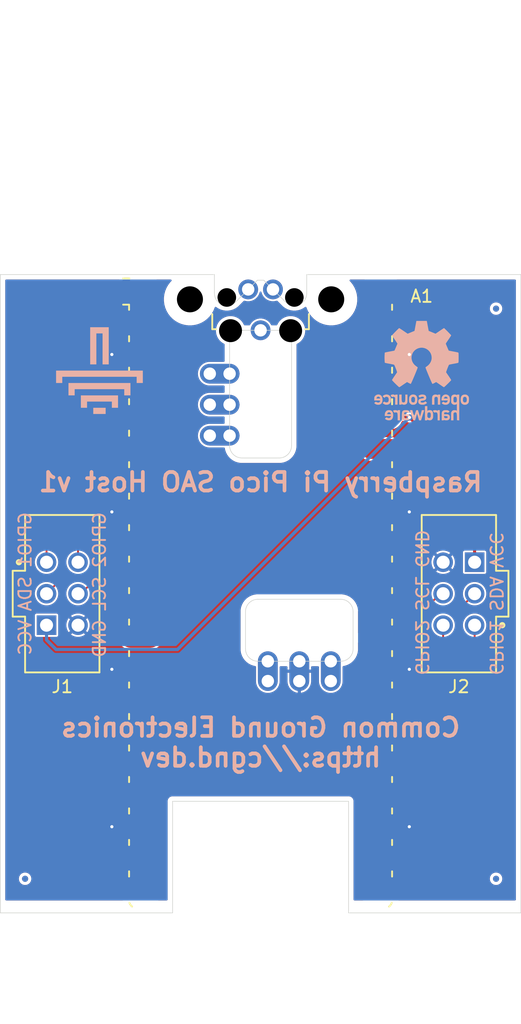
<source format=kicad_pcb>
(kicad_pcb (version 20241229) (generator "pcbnew") (generator_version "9.0")
  (title_block (title "RPi Pico SAO Host v1") (date "2024-10-14") (rev "A") (company "Common Ground Electronics") (comment 3 "SPDX-License-Identifier: ${SPDX_LICENSE_ID}") (comment 4 "SPDX-FileCopyrightText: © ${COPYRIGHT_HOLDER} <${COPYRIGHT_HOLDER_CONTACT}>"))
  (layers (0 "F.Cu" signal) (2 "B.Cu" power) (13 "F.Paste" user) (15 "B.Paste" user) (5 "F.SilkS" user "F.Silkscreen") (7 "B.SilkS" user "B.Silkscreen") (1 "F.Mask" user) (3 "B.Mask" user) (25 "Edge.Cuts" user))
  (property "COMPANY_URL" "https://cgnd.dev")
  (property "COPYRIGHT_HOLDER" "Common Ground Electronics")
  (property "COPYRIGHT_HOLDER_CONTACT" "${COMPANY_URL}")
  (property "SPDX_LICENSE_ID" "CERN-OHL-P-2.0")
  (net 0 "")
  (net 1 "/SAO0_GPIO1")
  (net 2 "GND")
  (net 6 "+3.3V")
  (net 7 "/SAO0_GPIO2")
  (net 11 "/SAO1_I2C_SCL")
  (net 12 "/SAO1_GPIO1")
  (net 17 "/SAO1_GPIO2")
  (net 20 "/SAO1_I2C_SDA")
  (net 32 "/SAO0_I2C_SCL")
  (net 33 "/SAO0_I2C_SDA")
  (footprint "RPi_Pico_SAO_Host:FIDC50M100K100L" (layer "F.Cu") (at 158.7 85.2)
    (property "Reference" "FID1" (hide yes))
    (property "Value" "Fiducial" (hide yes))
    (pad "" smd circle (at 0 0) (size 0.5 0.5) (property pad_prop_fiducial_glob) (layers "F.Cu" "F.Mask") (clearance 0.25))
  )
  (footprint "RPi_Pico_SAO_Host:SULLINS_SFH11-NBPC-D03-ST-BK_SAO_V2" (layer "F.Cu") (at 123.7 108.2 -90)
    (property "Reference" "J1" (at 7.5 0 0) (layer "F.SilkS"))
    (property "Value" "SAO Host Header" (hide yes))
    (fp_text user "VCC" (at 2 3 90) (layer "B.SilkS") (effects (justify left mirror)))
    (fp_text user "GPIO2" (at -2 -3 90) (layer "B.SilkS") (effects (justify right mirror)))
    (fp_text user "GND" (at 2 -3 90) (layer "B.SilkS") (effects (justify left mirror)))
    (fp_text user "SCL" (at 0 -3 90) (layer "B.SilkS") (effects (justify mirror)))
    (fp_text user "GPIO1" (at -2 3 90) (layer "B.SilkS") (effects (justify right mirror)))
    (fp_text user "SDA" (at 0 3 90) (layer "B.SilkS") (effects (justify mirror)))
    (pad "1" thru_hole rect (at 2.54 1.27 270) (size 1.58 1.58) (drill 1.05) (layers "*.Cu" "*.Mask") (net 6 "+3.3V"))
    (pad "2" thru_hole circle (at 2.54 -1.27 270) (size 1.58 1.58) (drill 1.05) (layers "*.Cu" "*.Mask") (net 2 "GND"))
    (pad "3" thru_hole circle (at 0 1.27 270) (size 1.58 1.58) (drill 1.05) (layers "*.Cu" "*.Mask") (net 33 "/SAO0_I2C_SDA"))
    (pad "4" thru_hole circle (at 0 -1.27 270) (size 1.58 1.58) (drill 1.05) (layers "*.Cu" "*.Mask") (net 32 "/SAO0_I2C_SCL"))
    (pad "5" thru_hole circle (at -2.54 1.27 270) (size 1.58 1.58) (drill 1.05) (layers "*.Cu" "*.Mask") (net 1 "/SAO0_GPIO1"))
    (pad "6" thru_hole circle (at -2.54 -1.27 270) (size 1.58 1.58) (drill 1.05) (layers "*.Cu" "*.Mask") (net 7 "/SAO0_GPIO2"))
  )
  (footprint "RPi_Pico_SAO_Host:RASPBERRY_PI_PICO_W" (layer "F.Cu") (at 139.7 107.95)
    (property "Reference" "A1" (at 13 -23.75 0) (layer "F.SilkS"))
    (property "Value" "RaspberryPi Pico W" (hide yes))
    (fp_line (start -21 26) (end -7.1 26) (stroke (width 0.05)) (layer "Edge.Cuts"))
    (fp_line (start -7.1 17) (end 7.1 17) (stroke (width 0.05)) (layer "Edge.Cuts"))
    (fp_line (start -7.1 26) (end -7.1 17) (stroke (width 0.05)) (layer "Edge.Cuts"))
    (fp_line (start -3.725 -25.5) (end -21 -25.5) (stroke (width 0.05)) (layer "Edge.Cuts"))
    (fp_line (start -3.725 -23.989213) (end -3.725 -25.5) (stroke (width 0.05)) (layer "Edge.Cuts"))
    (fp_line (start -2.5 -20) (end -2.5 -11.7) (stroke (width 0.05)) (layer "Edge.Cuts"))
    (fp_line (start -2.017893 -23.282106) (end -0.257537 -25.042462) (stroke (width 0.05)) (layer "Edge.Cuts"))
    (fp_line (start -1.2159 4.7) (end -1.2159 1.7) (stroke (width 0.05)) (layer "Edge.Cuts"))
    (fp_line (start -0.2159 5.7) (end 6.4641 5.7) (stroke (width 0.05)) (layer "Edge.Cuts"))
    (fp_line (start 0.257537 -25.042462) (end -0.257537 -25.042462) (stroke (width 0.05)) (layer "Edge.Cuts"))
    (fp_line (start 1.5 -21) (end -1.5 -21) (stroke (width 0.05)) (layer "Edge.Cuts"))
    (fp_line (start 1.5 -10.7) (end -1.5 -10.7) (stroke (width 0.05)) (layer "Edge.Cuts"))
    (fp_line (start 2.017893 -23.282106) (end 0.257537 -25.042462) (stroke (width 0.05)) (layer "Edge.Cuts"))
    (fp_line (start 2.5 -11.7) (end 2.5 -20) (stroke (width 0.05)) (layer "Edge.Cuts"))
    (fp_line (start 3.725 -25.5) (end 21 -25.5) (stroke (width 0.05)) (layer "Edge.Cuts"))
    (fp_line (start 3.725 -23.989213) (end 3.725 -25.5) (stroke (width 0.05)) (layer "Edge.Cuts"))
    (fp_line (start 6.4641 0.7) (end -0.2159 0.7) (stroke (width 0.05)) (layer "Edge.Cuts"))
    (fp_line (start 7.1 17) (end 7.1 26) (stroke (width 0.05)) (layer "Edge.Cuts"))
    (fp_line (start 7.1 26) (end 21 26) (stroke (width 0.05)) (layer "Edge.Cuts"))
    (fp_line (start 7.4641 1.7) (end 7.4641 4.7) (stroke (width 0.05)) (layer "Edge.Cuts"))
    (fp_arc (start -2.5 -20) (mid -2.207118 -20.707118) (end -1.5 -21) (stroke (width 0.05)) (layer "Edge.Cuts"))
    (fp_arc (start -2.017893 -23.282106) (mid -3.107711 -23.065267) (end -3.725 -23.989213) (stroke (width 0.05)) (layer "Edge.Cuts"))
    (fp_arc (start -1.5 -10.7) (mid -2.207109 -10.992891) (end -2.5 -11.7) (stroke (width 0.05)) (layer "Edge.Cuts"))
    (fp_arc (start -1.2159 1.7) (mid -0.923007 0.992893) (end -0.2159 0.7) (stroke (width 0.05)) (layer "Edge.Cuts"))
    (fp_arc (start -0.2159 5.7) (mid -0.923007 5.407107) (end -1.2159 4.7) (stroke (width 0.05)) (layer "Edge.Cuts"))
    (fp_arc (start 1.5 -21) (mid 2.207107 -20.707107) (end 2.5 -20) (stroke (width 0.05)) (layer "Edge.Cuts"))
    (fp_arc (start 2.5 -11.7) (mid 2.207095 -10.992905) (end 1.5 -10.7) (stroke (width 0.05)) (layer "Edge.Cuts"))
    (fp_arc (start 3.725 -23.989213) (mid 3.107701 -23.06529) (end 2.017893 -23.282106) (stroke (width 0.05)) (layer "Edge.Cuts"))
    (fp_arc (start 6.4641 0.7) (mid 7.171207 0.992893) (end 7.4641 1.7) (stroke (width 0.05)) (layer "Edge.Cuts"))
    (fp_arc (start 7.4641 4.7) (mid 7.171207 5.407107) (end 6.4641 5.7) (stroke (width 0.05)) (layer "Edge.Cuts"))
    (pad "" np_thru_hole circle (at -5.7 -23.5) (size 3.8 3.8) (drill 2.1) (layers "*.Mask") (clearance 1.05))
    (pad "" np_thru_hole circle (at -2.725 -23.65) (size 1.5 1.5) (drill 1.5) (layers "*.Mask"))
    (pad "" np_thru_hole circle (at -2.425 -20.97) (size 1.85 1.85) (drill 1.85) (layers "*.Mask"))
    (pad "" np_thru_hole circle (at 2.425 -20.97) (size 1.85 1.85) (drill 1.85) (layers "*.Mask"))
    (pad "" np_thru_hole circle (at 2.725 -23.65) (size 1.5 1.5) (drill 1.5) (layers "*.Mask"))
    (pad "" np_thru_hole circle (at 5.7 -23.5) (size 3.8 3.8) (drill 2.1) (layers "*.Mask") (clearance 1.05))
    (pad "1" smd custom (at -8.89 -24.13) (size 1.6 1.6) (layers "F.Cu" "F.Mask" "F.Paste") (net 1 "/SAO0_GPIO1") (options (clearance outline) (anchor circle)) (primitives (gr_poly (pts (xy -2.4 0.6) (xy -2.4 -0.6) (xy -2.2 -0.8) (xy 0 -0.8) (xy 0 0.8) (xy -2.2 0.8)) (width 0) (fill yes)) (gr_circle (center -2.2 0.6) (end -2 0.6) (width 0) (fill yes)) (gr_circle (center -2.2 -0.6) (end -2 -0.6) (width 0) (fill yes))))
    (pad "2" smd roundrect (at -8.89 -21.59) (size 3.2 1.6) (drill (offset -0.8 0)) (layers "F.Cu" "F.Mask" "F.Paste") (roundrect_rratio 0.5) (net 7 "/SAO0_GPIO2"))
    (pad "3" smd custom (at -8.89 -19.05) (size 1.6 1.6) (layers "F.Cu" "F.Mask" "F.Paste") (net 2 "GND") (options (clearance outline) (anchor circle)) (primitives (gr_poly (pts (xy 0.8 -0.6) (xy 0.8 0.6) (xy 0.6 0.8) (xy -1.6 0.8) (xy -1.6 -0.8) (xy 0.6 -0.8)) (width 0) (fill yes)) (gr_circle (center 0.6 0.6) (end 0.8 0.6) (width 0) (fill yes)) (gr_circle (center 0.6 -0.6) (end 0.8 -0.6) (width 0) (fill yes)) (gr_circle (center -1.6 0) (end -0.8 0) (width 0) (fill yes))))
    (pad "4" smd roundrect (at -8.89 -16.51) (size 3.2 1.6) (drill (offset -0.8 0)) (layers "F.Cu" "F.Mask" "F.Paste") (roundrect_rratio 0.5))
    (pad "5" smd roundrect (at -8.89 -13.97) (size 3.2 1.6) (drill (offset -0.8 0)) (layers "F.Cu" "F.Mask" "F.Paste") (roundrect_rratio 0.5))
    (pad "6" smd roundrect (at -8.89 -11.43) (size 3.2 1.6) (drill (offset -0.8 0)) (layers "F.Cu" "F.Mask" "F.Paste") (roundrect_rratio 0.5) (net 33 "/SAO0_I2C_SDA"))
    (pad "7" smd roundrect (at -8.89 -8.89) (size 3.2 1.6) (drill (offset -0.8 0)) (layers "F.Cu" "F.Mask" "F.Paste") (roundrect_rratio 0.5) (net 32 "/SAO0_I2C_SCL"))
    (pad "8" smd custom (at -8.89 -6.35) (size 1.6 1.6) (layers "F.Cu" "F.Mask" "F.Paste") (net 2 "GND") (options (clearance outline) (anchor circle)) (primitives (gr_poly (pts (xy 0.8 -0.6) (xy 0.8 0.6) (xy 0.6 0.8) (xy -1.6 0.8) (xy -1.6 -0.8) (xy 0.6 -0.8)) (width 0) (fill yes)) (gr_circle (center 0.6 0.6) (end 0.8 0.6) (width 0) (fill yes)) (gr_circle (center 0.6 -0.6) (end 0.8 -0.6) (width 0) (fill yes)) (gr_circle (center -1.6 0) (end -0.8 0) (width 0) (fill yes))))
    (pad "9" smd roundrect (at -8.89 -3.81) (size 3.2 1.6) (drill (offset -0.8 0)) (layers "F.Cu" "F.Mask" "F.Paste") (roundrect_rratio 0.5))
    (pad "10" smd roundrect (at -8.89 -1.27) (size 3.2 1.6) (drill (offset -0.8 0)) (layers "F.Cu" "F.Mask" "F.Paste") (roundrect_rratio 0.5))
    (pad "11" smd roundrect (at -8.89 1.27) (size 3.2 1.6) (drill (offset -0.8 0)) (layers "F.Cu" "F.Mask" "F.Paste") (roundrect_rratio 0.5))
    (pad "12" smd roundrect (at -8.89 3.81) (size 3.2 1.6) (drill (offset -0.8 0)) (layers "F.Cu" "F.Mask" "F.Paste") (roundrect_rratio 0.5))
    (pad "13" smd custom (at -8.89 6.35) (size 1.6 1.6) (layers "F.Cu" "F.Mask" "F.Paste") (net 2 "GND") (options (clearance outline) (anchor circle)) (primitives (gr_poly (pts (xy 0.8 -0.6) (xy 0.8 0.6) (xy 0.6 0.8) (xy -1.6 0.8) (xy -1.6 -0.8) (xy 0.6 -0.8)) (width 0) (fill yes)) (gr_circle (center 0.6 0.6) (end 0.8 0.6) (width 0) (fill yes)) (gr_circle (center 0.6 -0.6) (end 0.8 -0.6) (width 0) (fill yes)) (gr_circle (center -1.6 0) (end -0.8 0) (width 0) (fill yes))))
    (pad "14" smd roundrect (at -8.89 8.89) (size 3.2 1.6) (drill (offset -0.8 0)) (layers "F.Cu" "F.Mask" "F.Paste") (roundrect_rratio 0.5))
    (pad "15" smd roundrect (at -8.89 11.43) (size 3.2 1.6) (drill (offset -0.8 0)) (layers "F.Cu" "F.Mask" "F.Paste") (roundrect_rratio 0.5))
    (pad "16" smd roundrect (at -8.89 13.97) (size 3.2 1.6) (drill (offset -0.8 0)) (layers "F.Cu" "F.Mask" "F.Paste") (roundrect_rratio 0.5))
    (pad "17" smd roundrect (at -8.89 16.51) (size 3.2 1.6) (drill (offset -0.8 0)) (layers "F.Cu" "F.Mask" "F.Paste") (roundrect_rratio 0.5))
    (pad "18" smd custom (at -8.89 19.05) (size 1.6 1.6) (layers "F.Cu" "F.Mask" "F.Paste") (net 2 "GND") (options (clearance outline) (anchor circle)) (primitives (gr_poly (pts (xy 0.8 -0.6) (xy 0.8 0.6) (xy 0.6 0.8) (xy -1.6 0.8) (xy -1.6 -0.8) (xy 0.6 -0.8)) (width 0) (fill yes)) (gr_circle (center 0.6 0.6) (end 0.8 0.6) (width 0) (fill yes)) (gr_circle (center 0.6 -0.6) (end 0.8 -0.6) (width 0) (fill yes)) (gr_circle (center -1.6 0) (end -0.8 0) (width 0) (fill yes))))
    (pad "19" smd roundrect (at -8.89 21.59) (size 3.2 1.6) (drill (offset -0.8 0)) (layers "F.Cu" "F.Mask" "F.Paste") (roundrect_rratio 0.5))
    (pad "20" smd roundrect (at -8.89 24.13) (size 3.2 1.6) (drill (offset -0.8 0)) (layers "F.Cu" "F.Mask" "F.Paste") (roundrect_rratio 0.5))
    (pad "21" smd roundrect (at 8.89 24.13) (size 3.2 1.6) (drill (offset 0.8 0)) (layers "F.Cu" "F.Mask" "F.Paste") (roundrect_rratio 0.5) (net 12 "/SAO1_GPIO1"))
    (pad "22" smd roundrect (at 8.89 21.59) (size 3.2 1.6) (drill (offset 0.8 0)) (layers "F.Cu" "F.Mask" "F.Paste") (roundrect_rratio 0.5) (net 17 "/SAO1_GPIO2"))
    (pad "23" smd custom (at 8.89 19.05) (size 1.6 1.6) (layers "F.Cu" "F.Mask" "F.Paste") (net 2 "GND") (options (clearance outline) (anchor circle)) (primitives (gr_poly (pts (xy -0.8 -0.6) (xy -0.8 0.6) (xy -0.6 0.8) (xy 1.6 0.8) (xy 1.6 -0.8) (xy -0.6 -0.8)) (width 0) (fill yes)) (gr_circle (center -0.6 0.6) (end -0.4 0.6) (width 0) (fill yes)) (gr_circle (center -0.6 -0.6) (end -0.4 -0.6) (width 0) (fill yes)) (gr_circle (center 1.6 0) (end 2.4 0) (width 0) (fill yes))))
    (pad "24" smd roundrect (at 8.89 16.51) (size 3.2 1.6) (drill (offset 0.8 0)) (layers "F.Cu" "F.Mask" "F.Paste") (roundrect_rratio 0.5) (net 20 "/SAO1_I2C_SDA"))
    (pad "25" smd roundrect (at 8.89 13.97) (size 3.2 1.6) (drill (offset 0.8 0)) (layers "F.Cu" "F.Mask" "F.Paste") (roundrect_rratio 0.5) (net 11 "/SAO1_I2C_SCL"))
    (pad "26" smd roundrect (at 8.89 11.43) (size 3.2 1.6) (drill (offset 0.8 0)) (layers "F.Cu" "F.Mask" "F.Paste") (roundrect_rratio 0.5))
    (pad "27" smd roundrect (at 8.89 8.89) (size 3.2 1.6) (drill (offset 0.8 0)) (layers "F.Cu" "F.Mask" "F.Paste") (roundrect_rratio 0.5))
    (pad "28" smd custom (at 8.89 6.35) (size 1.6 1.6) (layers "F.Cu" "F.Mask" "F.Paste") (net 2 "GND") (options (clearance outline) (anchor circle)) (primitives (gr_poly (pts (xy -0.8 -0.6) (xy -0.8 0.6) (xy -0.6 0.8) (xy 1.6 0.8) (xy 1.6 -0.8) (xy -0.6 -0.8)) (width 0) (fill yes)) (gr_circle (center -0.6 0.6) (end -0.4 0.6) (width 0) (fill yes)) (gr_circle (center -0.6 -0.6) (end -0.4 -0.6) (width 0) (fill yes)) (gr_circle (center 1.6 0) (end 2.4 0) (width 0) (fill yes))))
    (pad "29" smd roundrect (at 8.89 3.81) (size 3.2 1.6) (drill (offset 0.8 0)) (layers "F.Cu" "F.Mask" "F.Paste") (roundrect_rratio 0.5))
    (pad "30" smd roundrect (at 8.89 1.27) (size 3.2 1.6) (drill (offset 0.8 0)) (layers "F.Cu" "F.Mask" "F.Paste") (roundrect_rratio 0.5))
    (pad "31" smd roundrect (at 8.89 -1.27) (size 3.2 1.6) (drill (offset 0.8 0)) (layers "F.Cu" "F.Mask" "F.Paste") (roundrect_rratio 0.5))
    (pad "32" smd roundrect (at 8.89 -3.81) (size 3.2 1.6) (drill (offset 0.8 0)) (layers "F.Cu" "F.Mask" "F.Paste") (roundrect_rratio 0.5))
    (pad "33" smd custom (at 8.89 -6.35) (size 1.6 1.6) (layers "F.Cu" "F.Mask" "F.Paste") (net 2 "GND") (options (clearance outline) (anchor circle)) (primitives (gr_poly (pts (xy -0.8 -0.6) (xy -0.8 0.6) (xy -0.6 0.8) (xy 1.6 0.8) (xy 1.6 -0.8) (xy -0.6 -0.8)) (width 0) (fill yes)) (gr_circle (center -0.6 0.6) (end -0.4 0.6) (width 0) (fill yes)) (gr_circle (center -0.6 -0.6) (end -0.4 -0.6) (width 0) (fill yes)) (gr_circle (center 1.6 0) (end 2.4 0) (width 0) (fill yes))))
    (pad "34" smd roundrect (at 8.89 -8.89) (size 3.2 1.6) (drill (offset 0.8 0)) (layers "F.Cu" "F.Mask" "F.Paste") (roundrect_rratio 0.5))
    (pad "35" smd roundrect (at 8.89 -11.43) (size 3.2 1.6) (drill (offset 0.8 0)) (layers "F.Cu" "F.Mask" "F.Paste") (roundrect_rratio 0.5))
    (pad "36" smd roundrect (at 8.89 -13.97) (size 3.2 1.6) (drill (offset 0.8 0)) (layers "F.Cu" "F.Mask" "F.Paste") (roundrect_rratio 0.5) (net 6 "+3.3V"))
    (pad "37" smd roundrect (at 8.89 -16.51) (size 3.2 1.6) (drill (offset 0.8 0)) (layers "F.Cu" "F.Mask" "F.Paste") (roundrect_rratio 0.5))
    (pad "38" smd custom (at 8.89 -19.05) (size 1.6 1.6) (layers "F.Cu" "F.Mask" "F.Paste") (net 2 "GND") (options (clearance outline) (anchor circle)) (primitives (gr_poly (pts (xy -0.8 -0.6) (xy -0.8 0.6) (xy -0.6 0.8) (xy 1.6 0.8) (xy 1.6 -0.8) (xy -0.6 -0.8)) (width 0) (fill yes)) (gr_circle (center -0.6 0.6) (end -0.4 0.6) (width 0) (fill yes)) (gr_circle (center -0.6 -0.6) (end -0.4 -0.6) (width 0) (fill yes)) (gr_circle (center 1.6 0) (end 2.4 0) (width 0) (fill yes))))
    (pad "39" smd roundrect (at 8.89 -21.59) (size 3.2 1.6) (drill (offset 0.8 0)) (layers "F.Cu" "F.Mask" "F.Paste") (roundrect_rratio 0.5))
    (pad "40" smd roundrect (at 8.89 -24.13) (size 3.2 1.6) (drill (offset 0.8 0)) (layers "F.Cu" "F.Mask" "F.Paste") (roundrect_rratio 0.5))
    (pad "D1" thru_hole circle (at 0.5841 5.7) (size 1.6 1.6) (drill 1) (property pad_prop_castellated) (layers "*.Cu" "*.Mask"))
    (pad "D1" thru_hole roundrect (at 0.5841 7.3) (size 1.6 3.2) (drill 1 (offset 0 -0.8)) (property pad_prop_castellated) (layers "*.Cu" "*.Mask") (roundrect_rratio 0.5))
    (pad "D2" thru_hole circle (at 3.1241 5.7) (size 1.6 1.6) (drill 1) (property pad_prop_castellated) (layers "*.Cu" "*.Mask") (net 2 "GND"))
    (pad "D2" thru_hole roundrect (at 3.1241 7.3) (size 1.6 3.2) (drill 1 (offset 0 -0.8)) (property pad_prop_castellated) (layers "*.Cu" "*.Mask") (roundrect_rratio 0.5) (net 2 "GND"))
    (pad "D3" thru_hole circle (at 5.6641 5.7) (size 1.6 1.6) (drill 1) (property pad_prop_castellated) (layers "*.Cu" "*.Mask"))
    (pad "D3" thru_hole roundrect (at 5.6641 7.3) (size 1.6 3.2) (drill 1 (offset 0 -0.8)) (property pad_prop_castellated) (layers "*.Cu" "*.Mask") (roundrect_rratio 0.5))
    (pad "TP1" thru_hole circle (at 0 -21) (size 1.6 1.6) (drill 1) (property pad_prop_castellated) (layers "*.Cu" "*.Mask"))
    (pad "TP2" thru_hole circle (at 1 -24.3) (size 1.6 1.6) (drill 1) (property pad_prop_castellated) (layers "*.Cu" "*.Mask"))
    (pad "TP3" thru_hole circle (at -1 -24.3) (size 1.6 1.6) (drill 1) (property pad_prop_castellated) (layers "*.Cu" "*.Mask"))
    (pad "TP4" thru_hole roundrect (at -4.1 -17.5) (size 3.2 1.6) (drill 1 (offset 0.8 0)) (property pad_prop_castellated) (layers "*.Cu" "*.Mask") (roundrect_rratio 0.5))
    (pad "TP4" thru_hole circle (at -2.5 -17.5) (size 1.6 1.6) (drill 1) (property pad_prop_castellated) (layers "*.Cu" "*.Mask"))
    (pad "TP5" thru_hole roundrect (at -4.1 -15) (size 3.2 1.6) (drill 1 (offset 0.8 0)) (property pad_prop_castellated) (layers "*.Cu" "*.Mask") (roundrect_rratio 0.5))
    (pad "TP5" thru_hole circle (at -2.5 -15) (size 1.6 1.6) (drill 1) (property pad_prop_castellated) (layers "*.Cu" "*.Mask"))
    (pad "TP6" thru_hole roundrect (at -4.1 -12.5) (size 3.2 1.6) (drill 1 (offset 0.8 0)) (property pad_prop_castellated) (layers "*.Cu" "*.Mask") (roundrect_rratio 0.5))
    (pad "TP6" thru_hole circle (at -2.5 -12.5) (size 1.6 1.6) (drill 1) (property pad_prop_castellated) (layers "*.Cu" "*.Mask"))
    (zone (net 0) (net_name "") (layers "F.Cu" "B.Cu" "F.Paste" "B.Paste") (name "RF Copper Keep Out") (connect_pads (clearance 0)) (min_thickness 0.254)
      (keepout (tracks not_allowed) (vias not_allowed) (pads not_allowed) (copperpour not_allowed) (footprints not_allowed))
      (fill (thermal_gap 0.508) (thermal_bridge_width 0.508))
      (polygon (pts (xy 118.7 132.95) (xy 160.7 132.95) (xy 160.7 142.95) (xy 118.7 142.95)))
    )
    (zone (net 0) (net_name "") (layers "F.Cu" "B.Cu" "F.Paste" "B.Paste") (name "Antenna Copper Keep Out") (connect_pads (clearance 0)) (min_thickness 0.254)
      (keepout (tracks not_allowed) (vias not_allowed) (pads not_allowed) (copperpour not_allowed) (footprints not_allowed))
      (fill (thermal_gap 0.508) (thermal_bridge_width 0.508))
      (polygon (pts (xy 137.3 132.939895) (xy 132.6 129.289895) (xy 132.6 124.95) (xy 146.8 124.95) (xy 146.8 129.289895) (xy 142.1 132.939895) (xy 142.1 132.95) (xy 137.3 132.95)))
    )
  )
  (footprint "RPi_Pico_SAO_Host:SULLINS_SFH11-NBPC-D03-ST-BK_SAO_V2" (layer "F.Cu") (at 155.7 108.2 90)
    (property "Reference" "J2" (at -7.5 0 180) (layer "F.SilkS"))
    (property "Value" "SAO Host Header" (hide yes))
    (fp_text user "SCL" (at 0 -3 270) (layer "B.SilkS") (effects (justify mirror)))
    (fp_text user "GPIO2" (at -2 -3 270) (layer "B.SilkS") (effects (justify right mirror)))
    (fp_text user "VCC" (at 2 3 270) (layer "B.SilkS") (effects (justify left mirror)))
    (fp_text user "SDA" (at 0 3 270) (layer "B.SilkS") (effects (justify mirror)))
    (fp_text user "GND" (at 2 -3 270) (layer "B.SilkS") (effects (justify left mirror)))
    (fp_text user "GPIO1" (at -2 3 270) (layer "B.SilkS") (effects (justify right mirror)))
    (pad "1" thru_hole rect (at 2.54 1.27 90) (size 1.58 1.58) (drill 1.05) (layers "*.Cu" "*.Mask") (net 6 "+3.3V"))
    (pad "2" thru_hole circle (at 2.54 -1.27 90) (size 1.58 1.58) (drill 1.05) (layers "*.Cu" "*.Mask") (net 2 "GND"))
    (pad "3" thru_hole circle (at 0 1.27 90) (size 1.58 1.58) (drill 1.05) (layers "*.Cu" "*.Mask") (net 20 "/SAO1_I2C_SDA"))
    (pad "4" thru_hole circle (at 0 -1.27 90) (size 1.58 1.58) (drill 1.05) (layers "*.Cu" "*.Mask") (net 11 "/SAO1_I2C_SCL"))
    (pad "5" thru_hole circle (at -2.54 1.27 90) (size 1.58 1.58) (drill 1.05) (layers "*.Cu" "*.Mask") (net 12 "/SAO1_GPIO1"))
    (pad "6" thru_hole circle (at -2.54 -1.27 90) (size 1.58 1.58) (drill 1.05) (layers "*.Cu" "*.Mask") (net 17 "/SAO1_GPIO2"))
  )
  (footprint "RPi_Pico_SAO_Host:FIDC50M100K100L" (layer "F.Cu") (at 120.7 131.2)
    (property "Reference" "FID3" (hide yes))
    (property "Value" "Fiducial" (hide yes))
    (pad "" smd circle (at 0 0) (size 0.5 0.5) (property pad_prop_fiducial_glob) (layers "F.Cu" "F.Mask") (clearance 0.25))
  )
  (footprint "RPi_Pico_SAO_Host:FIDC50M100K100L" (layer "F.Cu") (at 158.7 131.2)
    (property "Reference" "FID2" (hide yes))
    (property "Value" "Fiducial" (hide yes))
    (pad "" smd circle (at 0 0) (size 0.5 0.5) (property pad_prop_fiducial_glob) (layers "F.Cu" "F.Mask") (clearance 0.25))
  )
  (footprint "RPi_Pico_SAO_Host:FIDC50M100K100L" (layer "B.Cu") (at 158.7 85.2 180)
    (property "Reference" "FID4" (hide yes))
    (property "Value" "Fiducial" (hide yes))
    (pad "" smd circle (at 0 0 180) (size 0.5 0.5) (property pad_prop_fiducial_glob) (layers "B.Cu" "B.Mask") (clearance 0.25))
  )
  (footprint "RPi_Pico_SAO_Host:FIDC50M100K100L" (layer "B.Cu") (at 120.7 131.2 180)
    (property "Reference" "FID6" (hide yes))
    (property "Value" "Fiducial" (hide yes))
    (pad "" smd circle (at 0 0 180) (size 0.5 0.5) (property pad_prop_fiducial_glob) (layers "B.Cu" "B.Mask") (clearance 0.25))
  )
  (footprint "RPi_Pico_SAO_Host:LOGO_CGND_700X700_SILKSCREEN" (layer "B.Cu") (at 126.7 90.2 180)
    (property "Reference" "LOGO2" (hide yes))
    (property "Value" "Logo_CGND_7x7mm_Silkscreen" (hide yes))
  )
  (footprint "RPi_Pico_SAO_Host:FIDC50M100K100L" (layer "B.Cu") (at 158.7 131.2 180)
    (property "Reference" "FID5" (hide yes))
    (property "Value" "Fiducial" (hide yes))
    (pad "" smd circle (at 0 0 180) (size 0.5 0.5) (property pad_prop_fiducial_glob) (layers "B.Cu" "B.Mask") (clearance 0.25))
  )
  (footprint "RPi_Pico_SAO_Host:LOGO_OSHW_764X800_SILKSCREEN" (layer "B.Cu") (at 152.7 90.2 180)
    (property "Reference" "LOGO1" (hide yes))
    (property "Value" "Logo_OSHW_7.64x8mm_Silkscreen" (hide yes))
  )
  (gr_line (start 160.7 82.45) (end 160.7 133.95) (stroke (width 0.05)) (layer "Edge.Cuts"))
  (gr_line (start 118.7 133.95) (end 118.7 82.45) (stroke (width 0.05)) (layer "Edge.Cuts"))
  (gr_text "Raspberry Pi Pico SAO Host v1" (at 139.7 99.2 0) (layer "B.SilkS") (effects (font (size 1.5 1.5) (thickness 0.3) (bold yes)) (justify mirror)))
  (gr_text "${COMPANY}\n${COMPANY_URL}" (at 139.7 120.2 0) (layer "B.SilkS") (effects (font (size 1.5 1.5) (thickness 0.3) (bold yes)) (justify mirror)))
  (segment (start 122.43 89.22) (end 122.43 105.66) (width 0.1524) (layer "F.Cu") (net 1))
  (segment (start 130.81 83.82) (end 127.83 83.82) (width 0.1524) (layer "F.Cu") (net 1))
  (segment (start 127.83 83.82) (end 122.43 89.22) (width 0.1524) (layer "F.Cu") (net 1))
  (segment (start 130.81 114.3) (end 127.7 114.3) (width 0.254) (layer "F.Cu") (net 2))
  (segment (start 130.81 88.9) (end 127.7 88.9) (width 0.254) (layer "F.Cu") (net 2))
  (segment (start 148.59 101.6) (end 151.7 101.6) (width 0.254) (layer "F.Cu") (net 2))
  (segment (start 148.59 127) (end 151.7 127) (width 0.254) (layer "F.Cu") (net 2))
  (segment (start 130.81 101.6) (end 127.7 101.6) (width 0.254) (layer "F.Cu") (net 2))
  (segment (start 148.59 88.9) (end 151.7 88.9) (width 0.254) (layer "F.Cu") (net 2))
  (segment (start 148.59 114.3) (end 151.7 114.3) (width 0.254) (layer "F.Cu") (net 2))
  (segment (start 130.81 127) (end 127.7 127) (width 0.254) (layer "F.Cu") (net 2))
  (via (at 127.7 114.3) (size 0.508) (drill 0.254) (layers "F.Cu" "B.Cu") (net 2))
  (via (at 127.7 101.6) (size 0.508) (drill 0.254) (layers "F.Cu" "B.Cu") (net 2))
  (via (at 151.7 88.9) (size 0.508) (drill 0.254) (layers "F.Cu" "B.Cu") (net 2))
  (via (at 151.7 127) (size 0.508) (drill 0.254) (layers "F.Cu" "B.Cu") (net 2))
  (via (at 151.7 101.6) (size 0.508) (drill 0.254) (layers "F.Cu" "B.Cu") (net 2))
  (via (at 127.7 88.9) (size 0.508) (drill 0.254) (layers "F.Cu" "B.Cu") (net 2))
  (via (at 151.7 114.3) (size 0.508) (drill 0.254) (layers "F.Cu" "B.Cu") (net 2))
  (via (at 127.7 127) (size 0.508) (drill 0.254) (layers "F.Cu" "B.Cu") (net 2))
  (segment (start 151.72 93.98) (end 156.97 99.23) (width 0.254) (layer "F.Cu") (net 6))
  (segment (start 156.97 99.23) (end 156.97 105.66) (width 0.254) (layer "F.Cu") (net 6))
  (segment (start 151.72 93.98) (end 148.59 93.98) (width 0.254) (layer "F.Cu") (net 6))
  (via (at 151.72 93.98) (size 0.508) (drill 0.254) (layers "F.Cu" "B.Cu") (net 6))
  (segment (start 133 112.7) (end 151.72 93.98) (width 0.254) (layer "B.Cu") (net 6))
  (segment (start 122.43 110.74) (end 122.43 111.93) (width 0.254) (layer "B.Cu") (net 6))
  (segment (start 123.2 112.7) (end 133 112.7) (width 0.254) (layer "B.Cu") (net 6))
  (segment (start 122.43 111.93) (end 123.2 112.7) (width 0.254) (layer "B.Cu") (net 6))
  (segment (start 124.97 105.66) (end 124.97 89.18) (width 0.1524) (layer "F.Cu") (net 7))
  (segment (start 127.79 86.36) (end 130.81 86.36) (width 0.1524) (layer "F.Cu") (net 7))
  (segment (start 124.97 89.18) (end 127.79 86.36) (width 0.1524) (layer "F.Cu") (net 7))
  (segment (start 154.2 108.2) (end 154.43 108.2) (width 0.1524) (layer "F.Cu") (net 11))
  (segment (start 151.48 121.92) (end 152.45 120.95) (width 0.1524) (layer "F.Cu") (net 11))
  (segment (start 152.45 109.95) (end 154.2 108.2) (width 0.1524) (layer "F.Cu") (net 11))
  (segment (start 152.45 120.95) (end 152.45 109.95) (width 0.1524) (layer "F.Cu") (net 11))
  (segment (start 148.59 121.92) (end 151.48 121.92) (width 0.1524) (layer "F.Cu") (net 11))
  (segment (start 156.97 126.68) (end 151.57 132.08) (width 0.1524) (layer "F.Cu") (net 12))
  (segment (start 151.57 132.08) (end 148.59 132.08) (width 0.1524) (layer "F.Cu") (net 12))
  (segment (start 156.97 110.74) (end 156.97 126.68) (width 0.1524) (layer "F.Cu") (net 12))
  (segment (start 151.485 129.54) (end 148.59 129.54) (width 0.1524) (layer "F.Cu") (net 17))
  (segment (start 154.43 110.74) (end 154.43 126.595) (width 0.1524) (layer "F.Cu") (net 17))
  (segment (start 154.43 126.595) (end 151.485 129.54) (width 0.1524) (layer "F.Cu") (net 17))
  (segment (start 155.72 109.45) (end 156.97 108.2) (width 0.1524) (layer "F.Cu") (net 20))
  (segment (start 153.2 122.7) (end 153.2 110.2) (width 0.1524) (layer "F.Cu") (net 20))
  (segment (start 148.59 124.46) (end 151.44 124.46) (width 0.1524) (layer "F.Cu") (net 20))
  (segment (start 151.44 124.46) (end 153.2 122.7) (width 0.1524) (layer "F.Cu") (net 20))
  (segment (start 153.95 109.45) (end 155.72 109.45) (width 0.1524) (layer "F.Cu") (net 20))
  (segment (start 153.2 110.2) (end 153.95 109.45) (width 0.1524) (layer "F.Cu") (net 20))
  (segment (start 125.2 108.2) (end 126.95 106.45) (width 0.1524) (layer "F.Cu") (net 32))
  (segment (start 127.84 99.06) (end 130.81 99.06) (width 0.1524) (layer "F.Cu") (net 32))
  (segment (start 124.97 108.2) (end 125.2 108.2) (width 0.1524) (layer "F.Cu") (net 32))
  (segment (start 126.95 99.95) (end 127.84 99.06) (width 0.1524) (layer "F.Cu") (net 32))
  (segment (start 126.95 106.45) (end 126.95 99.95) (width 0.1524) (layer "F.Cu") (net 32))
  (segment (start 130.81 96.52) (end 127.88 96.52) (width 0.1524) (layer "F.Cu") (net 33))
  (segment (start 126.2 106.2) (end 125.45 106.95) (width 0.1524) (layer "F.Cu") (net 33))
  (segment (start 127.88 96.52) (end 126.2 98.2) (width 0.1524) (layer "F.Cu") (net 33))
  (segment (start 123.68 106.95) (end 122.43 108.2) (width 0.1524) (layer "F.Cu") (net 33))
  (segment (start 125.45 106.95) (end 123.68 106.95) (width 0.1524) (layer "F.Cu") (net 33))
  (segment (start 126.2 98.2) (end 126.2 106.2) (width 0.1524) (layer "F.Cu") (net 33))
  (zone (net 2) (net_name "GND") (layers "F.Cu" "B.Cu") (name "GND") (connect_pads (clearance 0.1524)) (min_thickness 0.1524) (fill yes (thermal_gap 0.1524) (thermal_bridge_width 0.254))
    (polygon (pts (xy 118.7 82.45) (xy 118.7 133.95) (xy 160.7 133.95) (xy 160.7 82.45)))
  )
)
</source>
